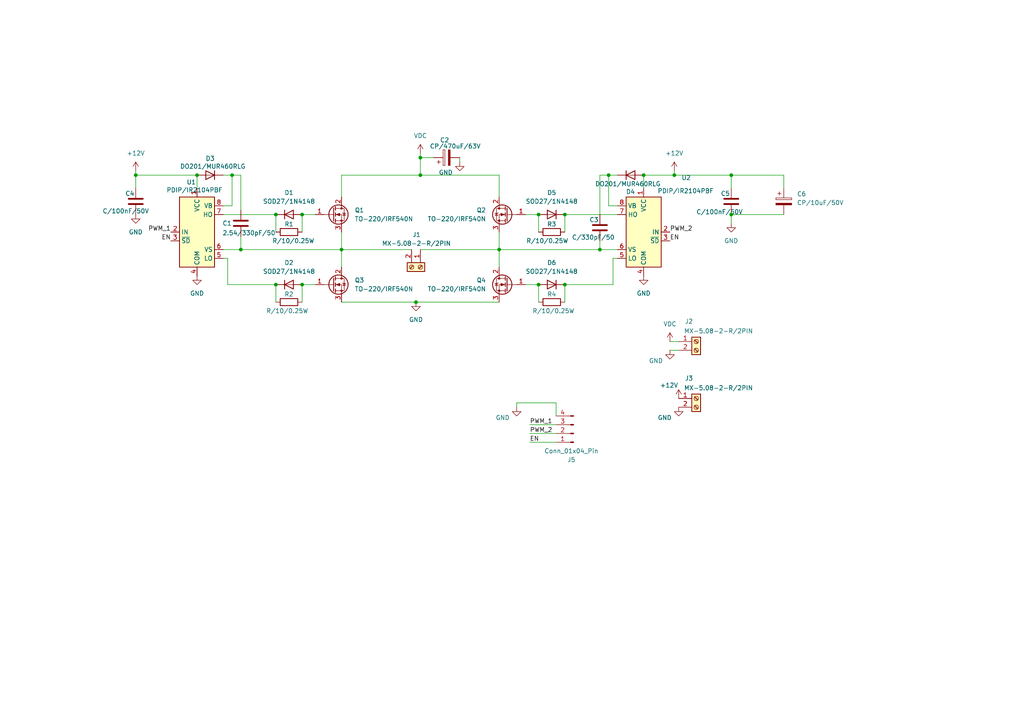
<source format=kicad_sch>
(kicad_sch (version 20231120) (generator "eeschema") (generator_version "8.0")
  (paper "A4")
  (lib_symbols
    (symbol "Connector:Conn_01x04_Pin" (pin_names (offset 1.016) hide)
      (property "Reference" "J" (at 0 5.08 0))
      (property "Value" "Conn_01x04_Pin" (at 0 -7.62 0))
      (symbol "Conn_01x04_Pin_1_1"
        (polyline (pts (xy 1.27 -5.08) (xy 0.8636 -5.08)) (stroke (width 0.1524)))
        (polyline (pts (xy 1.27 -2.54) (xy 0.8636 -2.54)) (stroke (width 0.1524)))
        (polyline (pts (xy 1.27 0) (xy 0.8636 0)) (stroke (width 0.1524)))
        (polyline (pts (xy 1.27 2.54) (xy 0.8636 2.54)) (stroke (width 0.1524)))
        (rectangle (start 0.8636 -4.953) (end 0 -5.207) (stroke (width 0.1524)) (fill (type outline)))
        (rectangle (start 0.8636 -2.413) (end 0 -2.667) (stroke (width 0.1524)) (fill (type outline)))
        (rectangle (start 0.8636 0.127) (end 0 -0.127) (stroke (width 0.1524)) (fill (type outline)))
        (rectangle (start 0.8636 2.667) (end 0 2.413) (stroke (width 0.1524)) (fill (type outline)))
        (pin passive line (at 5.08 2.54 180) (length 3.81) (name "Pin_1") (number "1"))
        (pin passive line (at 5.08 0 180) (length 3.81) (name "Pin_2") (number "2"))
        (pin passive line (at 5.08 -2.54 180) (length 3.81) (name "Pin_3") (number "3"))
        (pin passive line (at 5.08 -5.08 180) (length 3.81) (name "Pin_4") (number "4"))
      )
    )
    (symbol "Connector:Screw_Terminal_01x02" (pin_names (offset 1.016) hide)
      (property "Reference" "J" (at 0 2.54 0))
      (property "Value" "Screw_Terminal_01x02" (at 0 -5.08 0))
      (symbol "Screw_Terminal_01x02_1_1"
        (rectangle (start -1.27 1.27) (end 1.27 -3.81) (stroke (width 0.254)) (fill (type background)))
        (circle (center 0 -2.54) (radius 0.635) (stroke (width 0.1524)))
        (polyline (pts (xy -0.5334 -2.2098) (xy 0.3302 -3.048)) (stroke (width 0.1524)))
        (polyline (pts (xy -0.5334 0.3302) (xy 0.3302 -0.508)) (stroke (width 0.1524)))
        (polyline (pts (xy -0.3556 -2.032) (xy 0.508 -2.8702)) (stroke (width 0.1524)))
        (polyline (pts (xy -0.3556 0.508) (xy 0.508 -0.3302)) (stroke (width 0.1524)))
        (circle (center 0 0) (radius 0.635) (stroke (width 0.1524)))
        (pin passive line (at -5.08 0 0) (length 3.81) (name "Pin_1") (number "1"))
        (pin passive line (at -5.08 -2.54 0) (length 3.81) (name "Pin_2") (number "2"))
      )
    )
    (symbol "Device:C" (pin_numbers hide) (pin_names (offset 0.254))
      (property "Reference" "C" (at 0.635 2.54 0))
      (property "Value" "C" (at 0.635 -2.54 0))
      (symbol "C_0_1"
        (polyline (pts (xy -2.032 -0.762) (xy 2.032 -0.762)) (stroke (width 0.508)))
        (polyline (pts (xy -2.032 0.762) (xy 2.032 0.762)) (stroke (width 0.508)))
      )
      (symbol "C_1_1"
        (pin passive line (at 0 3.81 270) (length 2.794) (name "~") (number "1"))
        (pin passive line (at 0 -3.81 90) (length 2.794) (name "~") (number "2"))
      )
    )
    (symbol "Device:C_Polarized" (pin_numbers hide) (pin_names (offset 0.254))
      (property "Reference" "C" (at 0.635 2.54 0))
      (property "Value" "C_Polarized" (at 0.635 -2.54 0))
      (symbol "C_Polarized_0_1"
        (rectangle (start -2.286 0.508) (end 2.286 1.016))
        (polyline (pts (xy -1.778 2.286) (xy -0.762 2.286)))
        (polyline (pts (xy -1.27 2.794) (xy -1.27 1.778)))
        (rectangle (start 2.286 -0.508) (end -2.286 -1.016) (fill (type outline)))
      )
      (symbol "C_Polarized_1_1"
        (pin passive line (at 0 3.81 270) (length 2.794) (name "~") (number "1"))
        (pin passive line (at 0 -3.81 90) (length 2.794) (name "~") (number "2"))
      )
    )
    (symbol "Device:R" (pin_numbers hide) (pin_names (offset 0))
      (property "Reference" "R" (at 2.032 0 90))
      (property "Value" "R" (at 0 0 90))
      (symbol "R_0_1"
        (rectangle (start -1.016 -2.54) (end 1.016 2.54) (stroke (width 0.254)))
      )
      (symbol "R_1_1"
        (pin passive line (at 0 3.81 270) (length 1.27) (name "~") (number "1"))
        (pin passive line (at 0 -3.81 90) (length 1.27) (name "~") (number "2"))
      )
    )
    (symbol "Diode:1N4148" (pin_numbers hide) (pin_names hide)
      (property "Reference" "D" (at 0 2.54 0))
      (property "Value" "1N4148" (at 0 -2.54 0))
      (symbol "1N4148_0_1"
        (polyline (pts (xy -1.27 1.27) (xy -1.27 -1.27)) (stroke (width 0.254)))
        (polyline (pts (xy 1.27 0) (xy -1.27 0)))
        (polyline (pts (xy 1.27 1.27) (xy 1.27 -1.27) (xy -1.27 0) (xy 1.27 1.27)) (stroke (width 0.254)))
      )
      (symbol "1N4148_1_1"
        (pin passive line (at -3.81 0 0) (length 2.54) (name "K") (number "1"))
        (pin passive line (at 3.81 0 180) (length 2.54) (name "A") (number "2"))
      )
    )
    (symbol "Driver_FET:IR2104"
      (property "Reference" "U" (at 1.27 13.335 0))
      (property "Value" "IR2104" (at 1.27 11.43 0))
      (symbol "IR2104_0_1"
        (rectangle (start -5.08 -10.16) (end 5.08 10.16) (stroke (width 0.254)) (fill (type background)))
      )
      (symbol "IR2104_1_1"
        (pin power_in line (at 0 12.7 270) (length 2.54) (name "VCC") (number "1"))
        (pin input line (at -7.62 0 0) (length 2.54) (name "IN") (number "2"))
        (pin input line (at -7.62 -2.54 0) (length 2.54) (name "~{SD}") (number "3"))
        (pin power_in line (at 0 -12.7 90) (length 2.54) (name "COM") (number "4"))
        (pin output line (at 7.62 -7.62 180) (length 2.54) (name "LO") (number "5"))
        (pin passive line (at 7.62 -5.08 180) (length 2.54) (name "VS") (number "6"))
        (pin output line (at 7.62 5.08 180) (length 2.54) (name "HO") (number "7"))
        (pin passive line (at 7.62 7.62 180) (length 2.54) (name "VB") (number "8"))
      )
    )
    (symbol "Transistor_FET:IRF540N" (pin_names hide)
      (property "Reference" "Q" (at 5.08 1.905 0))
      (property "Value" "IRF540N" (at 5.08 0 0))
      (symbol "IRF540N_0_1"
        (polyline (pts (xy 0.254 0) (xy -2.54 0)))
        (polyline (pts (xy 0.254 1.905) (xy 0.254 -1.905)) (stroke (width 0.254)))
        (polyline (pts (xy 0.762 -1.27) (xy 0.762 -2.286)) (stroke (width 0.254)))
        (polyline (pts (xy 0.762 0.508) (xy 0.762 -0.508)) (stroke (width 0.254)))
        (polyline (pts (xy 0.762 2.286) (xy 0.762 1.27)) (stroke (width 0.254)))
        (polyline (pts (xy 2.54 2.54) (xy 2.54 1.778)))
        (polyline (pts (xy 2.54 -2.54) (xy 2.54 0) (xy 0.762 0)))
        (polyline (pts (xy 0.762 -1.778) (xy 3.302 -1.778) (xy 3.302 1.778) (xy 0.762 1.778)))
        (polyline (pts (xy 1.016 0) (xy 2.032 0.381) (xy 2.032 -0.381) (xy 1.016 0)) (fill (type outline)))
        (polyline (pts (xy 2.794 0.508) (xy 2.921 0.381) (xy 3.683 0.381) (xy 3.81 0.254)))
        (polyline (pts (xy 3.302 0.381) (xy 2.921 -0.254) (xy 3.683 -0.254) (xy 3.302 0.381)))
        (circle (center 1.651 0) (radius 2.794) (stroke (width 0.254)))
        (circle (center 2.54 -1.778) (radius 0.254) (fill (type outline)))
        (circle (center 2.54 1.778) (radius 0.254) (fill (type outline)))
      )
      (symbol "IRF540N_1_1"
        (pin input line (at -5.08 0 0) (length 2.54) (name "G") (number "1"))
        (pin passive line (at 2.54 5.08 270) (length 2.54) (name "D") (number "2"))
        (pin passive line (at 2.54 -5.08 90) (length 2.54) (name "S") (number "3"))
      )
    )
    (symbol "power:+12V" (power) (pin_numbers hide) (pin_names (offset 0) hide)
      (property "Value" "+12V" (at 0 3.556 0))
      (symbol "+12V_0_1"
        (polyline (pts (xy -0.762 1.27) (xy 0 2.54)))
        (polyline (pts (xy 0 0) (xy 0 2.54)))
        (polyline (pts (xy 0 2.54) (xy 0.762 1.27)))
      )
      (symbol "+12V_1_1"
        (pin power_in line (at 0 0 90) (length 0) (name "~") (number "1"))
      )
    )
    (symbol "power:GND" (power) (pin_numbers hide) (pin_names (offset 0) hide)
      (property "Value" "GND" (at 0 -3.81 0))
      (symbol "GND_0_1"
        (polyline (pts (xy 0 0) (xy 0 -1.27) (xy 1.27 -1.27) (xy 0 -2.54) (xy -1.27 -1.27) (xy 0 -1.27)))
      )
      (symbol "GND_1_1"
        (pin power_in line (at 0 0 270) (length 0) (name "~") (number "1"))
      )
    )
    (symbol "power:VDC" (power) (pin_numbers hide) (pin_names (offset 0) hide)
      (property "Value" "VDC" (at 0 3.556 0))
      (symbol "VDC_0_1"
        (polyline (pts (xy -0.762 1.27) (xy 0 2.54)))
        (polyline (pts (xy 0 0) (xy 0 2.54)))
        (polyline (pts (xy 0 2.54) (xy 0.762 1.27)))
      )
      (symbol "VDC_1_1"
        (pin power_in line (at 0 0 90) (length 0) (name "~") (number "1"))
      )
    )
  )
  (junction (at 176.53 50.8))
  (junction (at 156.21 62.23))
  (junction (at 57.15 50.8))
  (junction (at 212.09 62.23))
  (junction (at 212.09 50.8))
  (junction (at 121.92 50.8))
  (junction (at 186.69 50.8))
  (junction (at 156.21 82.55))
  (junction (at 80.01 62.23))
  (junction (at 120.65 87.63))
  (junction (at 163.83 62.23))
  (junction (at 144.78 72.39))
  (junction (at 87.63 62.23))
  (junction (at 173.99 72.39))
  (junction (at 67.31 50.8))
  (junction (at 163.83 82.55))
  (junction (at 195.58 50.8))
  (junction (at 87.63 82.55))
  (junction (at 121.92 45.72))
  (junction (at 80.01 82.55))
  (junction (at 39.37 50.8))
  (junction (at 69.85 72.39))
  (junction (at 99.06 72.39))
  (wire (pts (xy 153.67 125.73) (xy 161.29 125.73)))
  (wire (pts (xy 163.83 62.23) (xy 163.83 67.31)))
  (wire (pts (xy 66.04 74.93) (xy 66.04 82.55)))
  (wire (pts (xy 121.92 45.72) (xy 121.92 50.8)))
  (wire (pts (xy 99.06 50.8) (xy 99.06 57.15)))
  (wire (pts (xy 163.83 62.23) (xy 179.07 62.23)))
  (wire (pts (xy 149.86 116.84) (xy 149.86 118.11)))
  (wire (pts (xy 156.21 82.55) (xy 152.4 82.55)))
  (wire (pts (xy 67.31 59.69) (xy 67.31 50.8)))
  (wire (pts (xy 87.63 62.23) (xy 87.63 67.31)))
  (wire (pts (xy 87.63 62.23) (xy 91.44 62.23)))
  (wire (pts (xy 227.33 54.61) (xy 227.33 50.8)))
  (wire (pts (xy 163.83 82.55) (xy 163.83 87.63)))
  (wire (pts (xy 39.37 50.8) (xy 39.37 54.61)))
  (wire (pts (xy 80.01 82.55) (xy 80.01 87.63)))
  (wire (pts (xy 161.29 116.84) (xy 161.29 120.65)))
  (wire (pts (xy 57.15 50.8) (xy 57.15 54.61)))
  (wire (pts (xy 177.8 82.55) (xy 163.83 82.55)))
  (wire (pts (xy 64.77 62.23) (xy 80.01 62.23)))
  (wire (pts (xy 177.8 74.93) (xy 177.8 82.55)))
  (wire (pts (xy 144.78 72.39) (xy 144.78 77.47)))
  (wire (pts (xy 69.85 72.39) (xy 99.06 72.39)))
  (wire (pts (xy 80.01 62.23) (xy 80.01 67.31)))
  (wire (pts (xy 121.92 44.45) (xy 121.92 45.72)))
  (wire (pts (xy 195.58 49.53) (xy 195.58 50.8)))
  (wire (pts (xy 173.99 72.39) (xy 144.78 72.39)))
  (wire (pts (xy 69.85 68.58) (xy 69.85 72.39)))
  (wire (pts (xy 87.63 82.55) (xy 91.44 82.55)))
  (wire (pts (xy 156.21 82.55) (xy 156.21 87.63)))
  (wire (pts (xy 156.21 62.23) (xy 156.21 67.31)))
  (wire (pts (xy 64.77 50.8) (xy 67.31 50.8)))
  (wire (pts (xy 120.65 87.63) (xy 144.78 87.63)))
  (wire (pts (xy 66.04 82.55) (xy 80.01 82.55)))
  (wire (pts (xy 39.37 50.8) (xy 57.15 50.8)))
  (wire (pts (xy 195.58 50.8) (xy 212.09 50.8)))
  (wire (pts (xy 179.07 72.39) (xy 173.99 72.39)))
  (wire (pts (xy 212.09 50.8) (xy 227.33 50.8)))
  (wire (pts (xy 196.85 99.06) (xy 194.31 99.06)))
  (wire (pts (xy 195.58 50.8) (xy 186.69 50.8)))
  (wire (pts (xy 176.53 59.69) (xy 176.53 50.8)))
  (wire (pts (xy 179.07 59.69) (xy 176.53 59.69)))
  (wire (pts (xy 176.53 50.8) (xy 173.99 50.8)))
  (wire (pts (xy 186.69 50.8) (xy 186.69 54.61)))
  (wire (pts (xy 99.06 72.39) (xy 99.06 77.47)))
  (wire (pts (xy 39.37 49.53) (xy 39.37 50.8)))
  (wire (pts (xy 173.99 50.8) (xy 173.99 62.23)))
  (wire (pts (xy 173.99 69.85) (xy 173.99 72.39)))
  (wire (pts (xy 153.67 128.27) (xy 161.29 128.27)))
  (wire (pts (xy 99.06 72.39) (xy 119.38 72.39)))
  (wire (pts (xy 156.21 62.23) (xy 152.4 62.23)))
  (wire (pts (xy 194.31 101.6) (xy 196.85 101.6)))
  (wire (pts (xy 121.92 50.8) (xy 144.78 50.8)))
  (wire (pts (xy 144.78 50.8) (xy 144.78 57.15)))
  (wire (pts (xy 212.09 50.8) (xy 212.09 54.61)))
  (wire (pts (xy 99.06 50.8) (xy 121.92 50.8)))
  (wire (pts (xy 64.77 74.93) (xy 66.04 74.93)))
  (wire (pts (xy 121.92 45.72) (xy 125.73 45.72)))
  (wire (pts (xy 64.77 72.39) (xy 69.85 72.39)))
  (wire (pts (xy 69.85 50.8) (xy 69.85 60.96)))
  (wire (pts (xy 212.09 64.77) (xy 212.09 62.23)))
  (wire (pts (xy 87.63 82.55) (xy 87.63 87.63)))
  (wire (pts (xy 144.78 67.31) (xy 144.78 72.39)))
  (wire (pts (xy 153.67 123.19) (xy 161.29 123.19)))
  (wire (pts (xy 133.35 46.99) (xy 133.35 45.72)))
  (wire (pts (xy 179.07 50.8) (xy 176.53 50.8)))
  (wire (pts (xy 64.77 59.69) (xy 67.31 59.69)))
  (wire (pts (xy 212.09 62.23) (xy 227.33 62.23)))
  (wire (pts (xy 67.31 50.8) (xy 69.85 50.8)))
  (wire (pts (xy 99.06 67.31) (xy 99.06 72.39)))
  (wire (pts (xy 121.92 72.39) (xy 144.78 72.39)))
  (wire (pts (xy 179.07 74.93) (xy 177.8 74.93)))
  (wire (pts (xy 149.86 116.84) (xy 161.29 116.84)))
  (wire (pts (xy 99.06 87.63) (xy 120.65 87.63)))
  (label "EN" (at 153.67 128.27 0))
  (label "EN" (at 194.31 69.85 0))
  (label "EN" (at 49.53 69.85 180))
  (label "PWM_1" (at 153.67 123.19 0))
  (label "PWM_2" (at 194.31 67.31 0))
  (label "PWM_1" (at 49.53 67.31 180))
  (label "PWM_2" (at 153.67 125.73 0))
  (symbol (lib_id "Driver_FET:IR2104") (at 57.15 67.31 0) (unit 1)
    (property "Reference" "U1" (at 54.102 52.832 0) (effects (justify left)))
    (property "Value" "PDIP/IR2104PBF" (at 48.26 55.118 0) (effects (justify left)))
    (property "Footprint" "Package_DIP:DIP-8_W7.62mm" (effects (hide yes)))
    (property "Datasheet" "https://www.infineon.com/dgdl/ir2104.pdf?fileId=5546d462533600a4015355c7c1c31671" (effects (hide yes)))
    (property "Description" "Half-Bridge Driver, 600V, 210/360mA, PDIP-8/SOIC-8" (effects (hide yes)))
  )
  (symbol (lib_id "power:VDC") (at 121.92 44.45 0) (unit 1)
    (property "Reference" "#PWR04" (effects (hide yes)))
    (property "Value" "VDC" (at 121.92 39.37 0))
    (property "Description" "Power symbol creates a global label with name \"VDC\"" (effects (hide yes)))
  )
  (symbol (lib_id "Diode:1N4148") (at 60.96 50.8 180) (unit 1)
    (property "Reference" "D3" (at 60.96 45.974 0))
    (property "Value" "DO201/MUR460RLG" (at 61.722 48.26 0))
    (property "Footprint" "Diode_THT:D_DO-201AE_P5.08mm_Vertical_AnodeUp" (effects (hide yes)))
    (property "Datasheet" "https://assets.nexperia.com/documents/data-sheet/1N4148_1N4448.pdf" (effects (hide yes)))
    (property "Description" "100V 0.15A standard switching diode, DO-35" (effects (hide yes)))
    (property "Sim.Device" "D" (effects (hide yes)))
    (property "Sim.Pins" "1=K 2=A" (effects (hide yes)))
  )
  (symbol (lib_id "power:GND") (at 57.15 80.01 0) (unit 1)
    (property "Reference" "#PWR02" (effects (hide yes)))
    (property "Value" "GND" (at 57.15 85.09 0))
    (property "Description" "Power symbol creates a global label with name \"GND\" , ground" (effects (hide yes)))
  )
  (symbol (lib_id "Device:C_Polarized") (at 227.33 58.42 0) (unit 1)
    (property "Reference" "C6" (at 231.14 56.2609 0) (effects (justify left)))
    (property "Value" "CP/10uF/50V" (at 231.14 58.8009 0) (effects (justify left)))
    (property "Footprint" "Capacitor_THT:CP_Radial_D5.0mm_P2.00mm" (effects (hide yes)))
    (property "Description" "Polarized capacitor" (effects (hide yes)))
  )
  (symbol (lib_id "Diode:1N4148") (at 83.82 82.55 0) (unit 1)
    (property "Reference" "D2" (at 83.82 76.2 0))
    (property "Value" "SOD27/1N4148" (at 83.82 78.74 0))
    (property "Footprint" "Diode_THT:D_DO-35_SOD27_P7.62mm_Horizontal" (effects (hide yes)))
    (property "Datasheet" "https://assets.nexperia.com/documents/data-sheet/1N4148_1N4448.pdf" (effects (hide yes)))
    (property "Description" "100V 0.15A standard switching diode, DO-35" (effects (hide yes)))
    (property "Sim.Device" "D" (effects (hide yes)))
    (property "Sim.Pins" "1=K 2=A" (effects (hide yes)))
  )
  (symbol (lib_id "Device:C") (at 173.99 66.04 0) (unit 1)
    (property "Reference" "C3" (at 170.942 63.754 0) (effects (justify left)))
    (property "Value" "C/330pF/50" (at 165.862 68.834 0) (effects (justify left)))
    (property "Footprint" "Capacitor_THT:C_Disc_D3.4mm_W2.1mm_P2.50mm" (effects (hide yes)))
    (property "Description" "Unpolarized capacitor" (effects (hide yes)))
  )
  (symbol (lib_id "Device:C") (at 39.37 58.42 0) (unit 1)
    (property "Reference" "C4" (at 36.322 56.134 0) (effects (justify left)))
    (property "Value" "C/100nF/50V" (at 29.718 61.214 0) (effects (justify left)))
    (property "Footprint" "Capacitor_THT:C_Disc_D3.4mm_W2.1mm_P2.50mm" (effects (hide yes)))
    (property "Description" "Unpolarized capacitor" (effects (hide yes)))
  )
  (symbol (lib_id "Device:R") (at 83.82 87.63 90) (unit 1)
    (property "Reference" "R2" (at 83.82 85.344 90))
    (property "Value" "R/10/0.25W" (at 83.312 90.17 90))
    (property "Footprint" "Resistor_THT:R_Axial_DIN0204_L3.6mm_D1.6mm_P2.54mm_Vertical" (effects (hide yes)))
    (property "Description" "Resistor" (effects (hide yes)))
  )
  (symbol (lib_id "Diode:1N4148") (at 83.82 62.23 0) (unit 1)
    (property "Reference" "D1" (at 83.82 55.88 0))
    (property "Value" "SOD27/1N4148" (at 83.82 58.42 0))
    (property "Footprint" "Diode_THT:D_DO-35_SOD27_P7.62mm_Horizontal" (effects (hide yes)))
    (property "Datasheet" "https://assets.nexperia.com/documents/data-sheet/1N4148_1N4448.pdf" (effects (hide yes)))
    (property "Description" "100V 0.15A standard switching diode, DO-35" (effects (hide yes)))
    (property "Sim.Device" "D" (effects (hide yes)))
    (property "Sim.Pins" "1=K 2=A" (effects (hide yes)))
  )
  (symbol (lib_id "Device:C") (at 69.85 64.77 0) (unit 1)
    (property "Reference" "C1" (at 64.516 64.77 0) (effects (justify left)))
    (property "Value" "2.54/330pF/50" (at 64.516 67.564 0) (effects (justify left)))
    (property "Footprint" "Capacitor_THT:C_Disc_D3.4mm_W2.1mm_P2.50mm" (effects (hide yes)))
    (property "Description" "Unpolarized capacitor" (effects (hide yes)))
  )
  (symbol (lib_id "power:GND") (at 133.35 46.99 0) (unit 1)
    (property "Reference" "#PWR05" (effects (hide yes)))
    (property "Value" "GND" (at 129.286 50.038 0))
    (property "Description" "Power symbol creates a global label with name \"GND\" , ground" (effects (hide yes)))
  )
  (symbol (lib_id "Connector:Screw_Terminal_01x02") (at 121.92 77.47 270) (unit 1)
    (property "Reference" "J1" (at 119.634 68.072 90) (effects (justify left)))
    (property "Value" "MX-5.08-2-R/2PIN" (at 110.744 70.612 90) (effects (justify left)))
    (property "Footprint" "Connector_Phoenix_MSTB:PhoenixContact_MSTBA_2,5_2-G-5,08_1x02_P5.08mm_Horizontal" (effects (hide yes)))
    (property "Description" "Generic screw terminal, single row, 01x02, script generated (kicad-library-utils/schlib/autogen/connector/)" (effects (hide yes)))
  )
  (symbol (lib_id "power:GND") (at 39.37 62.23 0) (unit 1)
    (property "Reference" "#PWR010" (effects (hide yes)))
    (property "Value" "GND" (at 39.37 67.31 0))
    (property "Description" "Power symbol creates a global label with name \"GND\" , ground" (effects (hide yes)))
  )
  (symbol (lib_id "Device:R") (at 160.02 87.63 270) (mirror x) (unit 1)
    (property "Reference" "R4" (at 160.02 85.344 90))
    (property "Value" "R/10/0.25W" (at 160.528 90.17 90))
    (property "Footprint" "Resistor_THT:R_Axial_DIN0204_L3.6mm_D1.6mm_P2.54mm_Vertical" (effects (hide yes)))
    (property "Description" "Resistor" (effects (hide yes)))
  )
  (symbol (lib_id "Connector:Screw_Terminal_01x02") (at 201.93 99.06 0) (unit 1)
    (property "Reference" "J2" (at 198.628 93.218 0) (effects (justify left)))
    (property "Value" "MX-5.08-2-R/2PIN" (at 198.374 96.012 0) (effects (justify left)))
    (property "Footprint" "Connector_Phoenix_MSTB:PhoenixContact_MSTBA_2,5_2-G-5,08_1x02_P5.08mm_Horizontal" (effects (hide yes)))
    (property "Description" "Generic screw terminal, single row, 01x02, script generated (kicad-library-utils/schlib/autogen/connector/)" (effects (hide yes)))
  )
  (symbol (lib_id "Transistor_FET:IRF540N") (at 96.52 62.23 0) (unit 1)
    (property "Reference" "Q1" (at 102.87 60.9599 0) (effects (justify left)))
    (property "Value" "TO-220/IRF540N" (at 102.87 63.4999 0) (effects (justify left)))
    (property "Footprint" "Package_TO_SOT_THT:TO-220-3_Vertical" (effects (hide yes)))
    (property "Datasheet" "http://www.irf.com/product-info/datasheets/data/irf540n.pdf" (effects (hide yes)))
    (property "Description" "33A Id, 100V Vds, HEXFET N-Channel MOSFET, TO-220" (effects (hide yes)))
  )
  (symbol (lib_id "power:VDC") (at 194.31 99.06 0) (unit 1)
    (property "Reference" "#PWR08" (effects (hide yes)))
    (property "Value" "VDC" (at 194.31 93.98 0))
    (property "Description" "Power symbol creates a global label with name \"VDC\"" (effects (hide yes)))
  )
  (symbol (lib_id "Device:R") (at 83.82 67.31 90) (unit 1)
    (property "Reference" "R1" (at 83.82 65.024 90))
    (property "Value" "R/10/0.25W" (at 85.09 69.85 90))
    (property "Footprint" "Resistor_THT:R_Axial_DIN0204_L3.6mm_D1.6mm_P2.54mm_Vertical" (effects (hide yes)))
    (property "Description" "Resistor" (effects (hide yes)))
  )
  (symbol (lib_id "Connector:Conn_01x04_Pin") (at 166.37 125.73 180) (unit 1)
    (property "Reference" "J5" (at 165.735 133.35 0))
    (property "Value" "Conn_01x04_Pin" (at 165.735 130.81 0))
    (property "Footprint" "Connector_PinHeader_2.54mm:PinHeader_1x04_P2.54mm_Vertical" (effects (hide yes)))
    (property "Description" "Generic connector, single row, 01x04, script generated" (effects (hide yes)))
  )
  (symbol (lib_id "power:GND") (at 120.65 87.63 0) (unit 1)
    (property "Reference" "#PWR03" (effects (hide yes)))
    (property "Value" "GND" (at 120.65 92.71 0))
    (property "Description" "Power symbol creates a global label with name \"GND\" , ground" (effects (hide yes)))
  )
  (symbol (lib_id "Transistor_FET:IRF540N") (at 147.32 82.55 0) (mirror y) (unit 1)
    (property "Reference" "Q4" (at 140.97 81.2799 0) (effects (justify left)))
    (property "Value" "TO-220/IRF540N" (at 140.97 83.8199 0) (effects (justify left)))
    (property "Footprint" "Package_TO_SOT_THT:TO-220-3_Vertical" (effects (hide yes)))
    (property "Datasheet" "http://www.irf.com/product-info/datasheets/data/irf540n.pdf" (effects (hide yes)))
    (property "Description" "33A Id, 100V Vds, HEXFET N-Channel MOSFET, TO-220" (effects (hide yes)))
  )
  (symbol (lib_id "Device:C") (at 212.09 58.42 0) (unit 1)
    (property "Reference" "C5" (at 209.042 56.134 0) (effects (justify left)))
    (property "Value" "C/100nF/50V" (at 201.93 61.468 0) (effects (justify left)))
    (property "Footprint" "Capacitor_THT:C_Disc_D3.4mm_W2.1mm_P2.50mm" (effects (hide yes)))
    (property "Description" "Unpolarized capacitor" (effects (hide yes)))
  )
  (symbol (lib_id "power:+12V") (at 195.58 49.53 0) (mirror y) (unit 1)
    (property "Reference" "#PWR06" (effects (hide yes)))
    (property "Value" "+12V" (at 195.58 44.45 0))
    (property "Description" "Power symbol creates a global label with name \"+12V\"" (effects (hide yes)))
  )
  (symbol (lib_id "Diode:1N4148") (at 160.02 62.23 0) (mirror y) (unit 1)
    (property "Reference" "D5" (at 160.02 55.88 0))
    (property "Value" "SOD27/1N4148" (at 160.02 58.42 0))
    (property "Footprint" "Diode_THT:D_DO-35_SOD27_P7.62mm_Horizontal" (effects (hide yes)))
    (property "Datasheet" "https://assets.nexperia.com/documents/data-sheet/1N4148_1N4448.pdf" (effects (hide yes)))
    (property "Description" "100V 0.15A standard switching diode, DO-35" (effects (hide yes)))
    (property "Sim.Device" "D" (effects (hide yes)))
    (property "Sim.Pins" "1=K 2=A" (effects (hide yes)))
  )
  (symbol (lib_id "power:GND") (at 196.85 118.11 0) (unit 1)
    (property "Reference" "#PWR012" (effects (hide yes)))
    (property "Value" "GND" (at 192.786 121.158 0))
    (property "Description" "Power symbol creates a global label with name \"GND\" , ground" (effects (hide yes)))
  )
  (symbol (lib_id "Diode:1N4148") (at 160.02 82.55 0) (mirror y) (unit 1)
    (property "Reference" "D6" (at 160.02 76.2 0))
    (property "Value" "SOD27/1N4148" (at 160.02 78.74 0))
    (property "Footprint" "Diode_THT:D_DO-35_SOD27_P7.62mm_Horizontal" (effects (hide yes)))
    (property "Datasheet" "https://assets.nexperia.com/documents/data-sheet/1N4148_1N4448.pdf" (effects (hide yes)))
    (property "Description" "100V 0.15A standard switching diode, DO-35" (effects (hide yes)))
    (property "Sim.Device" "D" (effects (hide yes)))
    (property "Sim.Pins" "1=K 2=A" (effects (hide yes)))
  )
  (symbol (lib_id "power:GND") (at 149.86 118.11 0) (unit 1)
    (property "Reference" "#PWR014" (effects (hide yes)))
    (property "Value" "GND" (at 145.796 121.158 0))
    (property "Description" "Power symbol creates a global label with name \"GND\" , ground" (effects (hide yes)))
  )
  (symbol (lib_id "power:GND") (at 186.69 80.01 0) (mirror y) (unit 1)
    (property "Reference" "#PWR07" (effects (hide yes)))
    (property "Value" "GND" (at 186.69 85.09 0))
    (property "Description" "Power symbol creates a global label with name \"GND\" , ground" (effects (hide yes)))
  )
  (symbol (lib_id "power:+12V") (at 196.85 115.57 0) (unit 1)
    (property "Reference" "#PWR013" (effects (hide yes)))
    (property "Value" "+12V" (at 194.056 111.76 0))
    (property "Description" "Power symbol creates a global label with name \"+12V\"" (effects (hide yes)))
  )
  (symbol (lib_id "Device:C_Polarized") (at 129.54 45.72 90) (unit 1)
    (property "Reference" "C2" (at 130.302 40.64 90) (effects (justify left)))
    (property "Value" "CP/470uF/63V" (at 139.446 42.418 90) (effects (justify left)))
    (property "Footprint" "Capacitor_THT:CP_Radial_D12.5mm_P5.00mm" (effects (hide yes)))
    (property "Description" "Polarized capacitor" (effects (hide yes)))
  )
  (symbol (lib_id "Transistor_FET:IRF540N") (at 147.32 62.23 0) (mirror y) (unit 1)
    (property "Reference" "Q2" (at 140.97 60.9599 0) (effects (justify left)))
    (property "Value" "TO-220/IRF540N" (at 140.97 63.4999 0) (effects (justify left)))
    (property "Footprint" "Package_TO_SOT_THT:TO-220-3_Vertical" (effects (hide yes)))
    (property "Datasheet" "http://www.irf.com/product-info/datasheets/data/irf540n.pdf" (effects (hide yes)))
    (property "Description" "33A Id, 100V Vds, HEXFET N-Channel MOSFET, TO-220" (effects (hide yes)))
  )
  (symbol (lib_id "Device:R") (at 160.02 67.31 270) (mirror x) (unit 1)
    (property "Reference" "R3" (at 160.02 65.024 90))
    (property "Value" "R/10/0.25W" (at 158.75 69.85 90))
    (property "Footprint" "Resistor_THT:R_Axial_DIN0204_L3.6mm_D1.6mm_P2.54mm_Vertical" (effects (hide yes)))
    (property "Description" "Resistor" (effects (hide yes)))
  )
  (symbol (lib_id "Transistor_FET:IRF540N") (at 96.52 82.55 0) (unit 1)
    (property "Reference" "Q3" (at 102.87 81.2799 0) (effects (justify left)))
    (property "Value" "TO-220/IRF540N" (at 102.87 83.8199 0) (effects (justify left)))
    (property "Footprint" "Package_TO_SOT_THT:TO-220-3_Vertical" (effects (hide yes)))
    (property "Datasheet" "http://www.irf.com/product-info/datasheets/data/irf540n.pdf" (effects (hide yes)))
    (property "Description" "33A Id, 100V Vds, HEXFET N-Channel MOSFET, TO-220" (effects (hide yes)))
  )
  (symbol (lib_id "power:GND") (at 212.09 64.77 0) (unit 1)
    (property "Reference" "#PWR011" (effects (hide yes)))
    (property "Value" "GND" (at 212.09 69.85 0))
    (property "Description" "Power symbol creates a global label with name \"GND\" , ground" (effects (hide yes)))
  )
  (symbol (lib_id "Driver_FET:IR2104") (at 186.69 67.31 0) (mirror y) (unit 1)
    (property "Reference" "U2" (at 200.406 51.562 0) (effects (justify left)))
    (property "Value" "PDIP/IR2104PBF" (at 207.01 55.372 0) (effects (justify left)))
    (property "Footprint" "Package_DIP:DIP-8_W7.62mm" (effects (hide yes)))
    (property "Datasheet" "https://www.infineon.com/dgdl/ir2104.pdf?fileId=5546d462533600a4015355c7c1c31671" (effects (hide yes)))
    (property "Description" "Half-Bridge Driver, 600V, 210/360mA, PDIP-8/SOIC-8" (effects (hide yes)))
  )
  (symbol (lib_id "Connector:Screw_Terminal_01x02") (at 201.93 115.57 0) (unit 1)
    (property "Reference" "J3" (at 198.628 109.728 0) (effects (justify left)))
    (property "Value" "MX-5.08-2-R/2PIN" (at 198.374 112.522 0) (effects (justify left)))
    (property "Footprint" "Connector_Phoenix_MSTB:PhoenixContact_MSTBA_2,5_2-G-5,08_1x02_P5.08mm_Horizontal" (effects (hide yes)))
    (property "Description" "Generic screw terminal, single row, 01x02, script generated (kicad-library-utils/schlib/autogen/connector/)" (effects (hide yes)))
  )
  (symbol (lib_id "power:+12V") (at 39.37 49.53 0) (unit 1)
    (property "Reference" "#PWR01" (effects (hide yes)))
    (property "Value" "+12V" (at 39.37 44.45 0))
    (property "Description" "Power symbol creates a global label with name \"+12V\"" (effects (hide yes)))
  )
  (symbol (lib_id "power:GND") (at 194.31 101.6 0) (unit 1)
    (property "Reference" "#PWR09" (effects (hide yes)))
    (property "Value" "GND" (at 190.246 104.648 0))
    (property "Description" "Power symbol creates a global label with name \"GND\" , ground" (effects (hide yes)))
  )
  (symbol (lib_id "Diode:1N4148") (at 182.88 50.8 0) (unit 1)
    (property "Reference" "D4" (at 182.88 55.626 0))
    (property "Value" "DO201/MUR460RLG" (at 182.118 53.34 0))
    (property "Footprint" "Diode_THT:D_DO-201AE_P5.08mm_Vertical_AnodeUp" (effects (hide yes)))
    (property "Datasheet" "https://assets.nexperia.com/documents/data-sheet/1N4148_1N4448.pdf" (effects (hide yes)))
    (property "Description" "100V 0.15A standard switching diode, DO-35" (effects (hide yes)))
    (property "Sim.Device" "D" (effects (hide yes)))
    (property "Sim.Pins" "1=K 2=A" (effects (hide yes)))
  )
)
</source>
